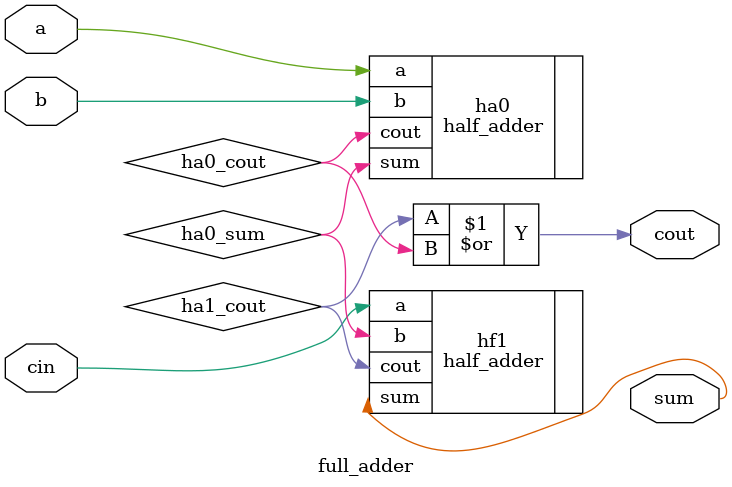
<source format=v>
`include "../../../Project 1 - Half Adder/src/verilog/half_adder.v"
module full_adder(
    input wire a,
    input wire b,
    input wire cin,
    output wire sum,
    output wire cout
);

wire ha0_sum;
wire ha0_cout;

half_adder ha0(
    .a(a),
    .b(b),
    .sum(ha0_sum),
    .cout(ha0_cout)
);

wire ha1_cout;

half_adder hf1(
    .a(cin),
    .b(ha0_sum),
    .sum(sum),
    .cout(ha1_cout)
);

assign cout = ha1_cout | ha0_cout;

endmodule
</source>
